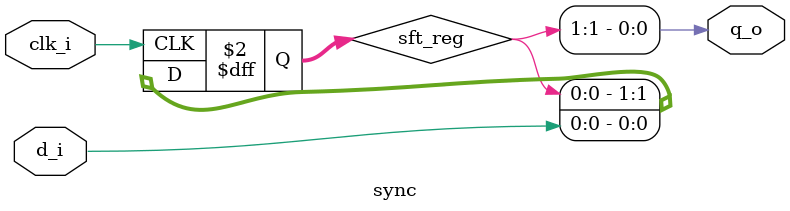
<source format=v>
module sync (
	input clk_i,
	input d_i,
	output q_o
);

reg [1:0] sft_reg;

always@(posedge clk_i)
	sft_reg <= {sft_reg[0], d_i};

assign q_o = sft_reg[1];

endmodule

</source>
